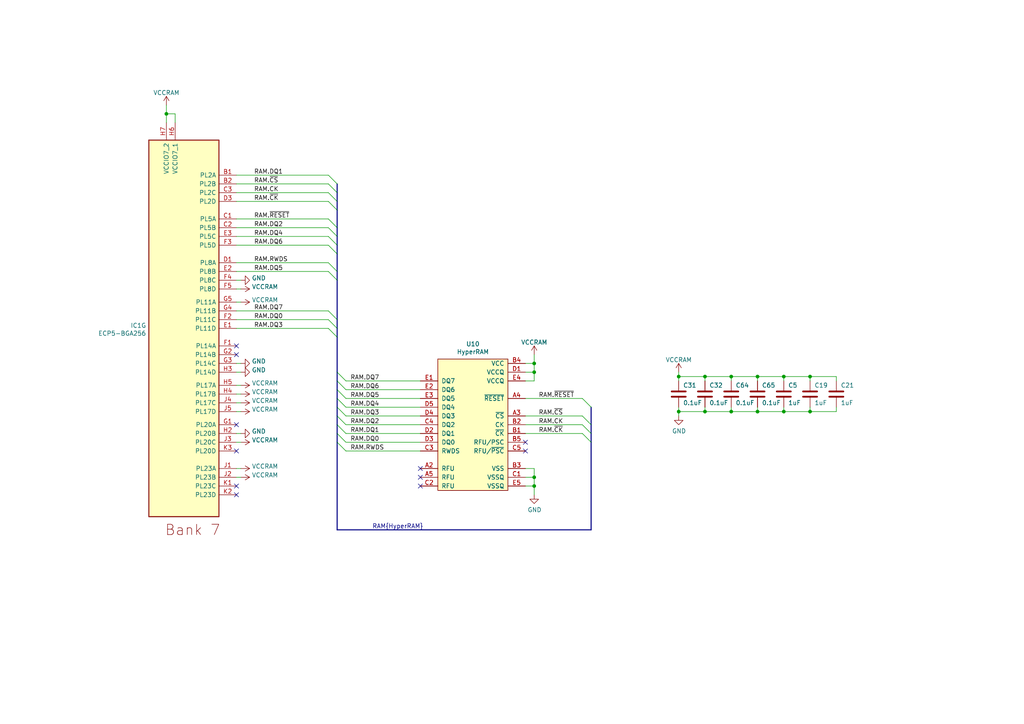
<source format=kicad_sch>
(kicad_sch (version 20211123) (generator eeschema)
  (paper "A4")
  (title_block (title "Cynthion") (date "${DATE}") (rev "${VERSION}") (company "Copyright 2019-2023 Great Scott Gadgets") (comment 1 "Licensed under the CERN-OHL-P v2"))
  (lib_symbols
    (symbol "Device:C" (pin_numbers hide) (pin_names (offset 0.254))
      (property "Reference" "C" (at 0.635 2.54 0))
      (property "Value" "C" (at 0.635 -2.54 0))
      (symbol "C_0_1"
        (polyline (pts (xy -2.032 -0.762) (xy 2.032 -0.762)) (stroke (width 0.508)))
        (polyline (pts (xy -2.032 0.762) (xy 2.032 0.762)) (stroke (width 0.508)))
      )
      (symbol "C_1_1"
        (pin passive line (at 0 3.81 270) (length 2.794) (name "~") (number "1"))
        (pin passive line (at 0 -3.81 90) (length 2.794) (name "~") (number "2"))
      )
    )
    (symbol "fpgas_and_processors:ECP5-BGA256" (pin_names (offset 0.762))
      (property "Reference" "IC" (at -2.54 1.27 0))
      (property "Value" "ECP5-BGA256" (at 10.16 1.27 0))
      (symbol "ECP5-BGA256_1_0"
        (rectangle (start 5.08 0) (end 33.02 -71.12) (stroke (width 0.3048)) (fill (type background)))
      )
      (symbol "ECP5-BGA256_1_1"
        (text "FPGA Supplies" (at 19.05 -76.2 0) (effects (font (size 2.9972 2.9972))))
        (pin power_in line (at 38.1 -2.54 180) (length 5.08) (name "GND_1") (number "A1"))
        (pin power_in line (at 38.1 -5.08 180) (length 5.08) (name "GND_2") (number "A16"))
        (pin power_in line (at 38.1 -10.16 180) (length 5.08) (name "GND_4") (number "D15"))
        (pin power_in line (at 38.1 -7.62 180) (length 5.08) (name "GND_3") (number "D2"))
        (pin power_in line (at 38.1 -12.7 180) (length 5.08) (name "GND_5") (number "F8"))
        (pin power_in line (at 38.1 -15.24 180) (length 5.08) (name "GND_6") (number "F9"))
        (pin power_in line (at 38.1 -20.32 180) (length 5.08) (name "GND_8") (number "G10"))
        (pin power_in line (at 0 -66.04 0) (length 5.08) (name "VCCAUX_1") (number "G11"))
        (pin power_in line (at 0 -2.54 0) (length 5.08) (name "VCC_1") (number "G6"))
        (pin power_in line (at 0 -5.08 0) (length 5.08) (name "VCC_2") (number "G7"))
        (pin power_in line (at 38.1 -17.78 180) (length 5.08) (name "GND_7") (number "G8"))
        (pin power_in line (at 0 -7.62 0) (length 5.08) (name "VCC_3") (number "G9"))
        (pin power_in line (at 38.1 -22.86 180) (length 5.08) (name "GND_9") (number "H1"))
        (pin power_in line (at 38.1 -30.48 180) (length 5.08) (name "GND_12") (number "H10"))
        (pin power_in line (at 38.1 -33.02 180) (length 5.08) (name "GND_13") (number "H16"))
        (pin power_in line (at 38.1 -25.4 180) (length 5.08) (name "GND_10") (number "H8"))
        (pin power_in line (at 38.1 -27.94 180) (length 5.08) (name "GND_11") (number "H9"))
        (pin power_in line (at 38.1 -40.64 180) (length 5.08) (name "GND_16") (number "J10"))
        (pin power_in line (at 38.1 -35.56 180) (length 5.08) (name "GND_14") (number "J8"))
        (pin power_in line (at 38.1 -38.1 180) (length 5.08) (name "GND_15") (number "J9"))
        (pin power_in line (at 38.1 -53.34 180) (length 5.08) (name "GND_21") (number "K10"))
        (pin power_in line (at 38.1 -43.18 180) (length 5.08) (name "GND_17") (number "K6"))
        (pin power_in line (at 38.1 -45.72 180) (length 5.08) (name "GND_18") (number "K7"))
        (pin power_in line (at 38.1 -48.26 180) (length 5.08) (name "GND_19") (number "K8"))
        (pin power_in line (at 38.1 -50.8 180) (length 5.08) (name "GND_20") (number "K9"))
        (pin power_in line (at 0 -15.24 0) (length 5.08) (name "VCC_6") (number "L10"))
        (pin power_in line (at 0 -68.58 0) (length 5.08) (name "VCCAUX_2") (number "L7"))
        (pin power_in line (at 0 -10.16 0) (length 5.08) (name "VCC_4") (number "L8"))
        (pin power_in line (at 0 -12.7 0) (length 5.08) (name "VCC_5") (number "L9"))
        (pin power_in line (at 38.1 -58.42 180) (length 5.08) (name "GND_23") (number "N15"))
        (pin power_in line (at 38.1 -55.88 180) (length 5.08) (name "GND_22") (number "N2"))
        (pin power_in line (at 38.1 -60.96 180) (length 5.08) (name "GND_24") (number "T1"))
        (pin power_in line (at 38.1 -66.04 180) (length 5.08) (name "GND_26") (number "T12"))
        (pin power_in line (at 38.1 -68.58 180) (length 5.08) (name "GND_27") (number "T16"))
        (pin power_in line (at 38.1 -63.5 180) (length 5.08) (name "GND_25") (number "T5"))
      )
      (symbol "ECP5-BGA256_2_1"
        (rectangle (start 0 0) (end 19.05 -74.93) (stroke (width 0.3048)) (fill (type background)))
        (text "Bank 0" (at 10.16 -78.74 0) (effects (font (size 2.9972 2.9972))))
        (pin bidirectional line (at 24.13 -11.43 180) (length 5.08) (name "PT4A") (number "A2"))
        (pin bidirectional line (at 24.13 -16.51 180) (length 5.08) (name "PT6A") (number "A3"))
        (pin bidirectional line (at 24.13 -19.05 180) (length 5.08) (name "PT6B") (number "A4"))
        (pin bidirectional line (at 24.13 -43.18 180) (length 5.08) (name "PT18A") (number "A5"))
        (pin bidirectional line (at 24.13 -45.72 180) (length 5.08) (name "PT18B") (number "A6"))
        (pin bidirectional line (at 24.13 -68.58 180) (length 5.08) (name "PT29A") (number "A7"))
        (pin bidirectional line (at 24.13 -71.12 180) (length 5.08) (name "PT29B") (number "A8"))
        (pin bidirectional line (at 24.13 -13.97 180) (length 5.08) (name "PT4B") (number "B3"))
        (pin bidirectional line (at 24.13 -29.21 180) (length 5.08) (name "PT11B") (number "B4"))
        (pin bidirectional line (at 24.13 -39.37 180) (length 5.08) (name "PT15B") (number "B5"))
        (pin bidirectional line (at 24.13 -55.88 180) (length 5.08) (name "PT22B") (number "B6"))
        (pin bidirectional line (at 24.13 -66.04 180) (length 5.08) (name "PT27B") (number "B7"))
        (pin bidirectional line (at 24.13 -26.67 180) (length 5.08) (name "PT11A") (number "C4"))
        (pin bidirectional line (at 24.13 -36.83 180) (length 5.08) (name "PT15A") (number "C5"))
        (pin bidirectional line (at 24.13 -53.34 180) (length 5.08) (name "PT22A") (number "C6"))
        (pin bidirectional line (at 24.13 -63.5 180) (length 5.08) (name "PT27A") (number "C7"))
        (pin bidirectional line (at 24.13 -24.13 180) (length 5.08) (name "PT9B") (number "D4"))
        (pin bidirectional line (at 24.13 -34.29 180) (length 5.08) (name "PT13B") (number "D5"))
        (pin bidirectional line (at 24.13 -50.8 180) (length 5.08) (name "PT20B") (number "D6"))
        (pin bidirectional line (at 24.13 -60.96 180) (length 5.08) (name "PT24B") (number "D7"))
        (pin bidirectional line (at 24.13 -21.59 180) (length 5.08) (name "PT9A") (number "E4"))
        (pin bidirectional line (at 24.13 -31.75 180) (length 5.08) (name "PT13A") (number "E5"))
        (pin bidirectional line (at 24.13 -48.26 180) (length 5.08) (name "PT20A") (number "E6"))
        (pin bidirectional line (at 24.13 -58.42 180) (length 5.08) (name "PT24A") (number "E7"))
        (pin power_in line (at 7.62 5.08 270) (length 5.08) (name "VCCIO0_1") (number "F6"))
        (pin power_in line (at 5.08 5.08 270) (length 5.08) (name "VCCIO0_2") (number "F7"))
      )
      (symbol "ECP5-BGA256_3_0"
        (rectangle (start 0 0) (end 21.59 -93.98) (stroke (width 0.3048)) (fill (type background)))
      )
      (symbol "ECP5-BGA256_3_1"
        (text "Bank 1" (at 8.89 -96.52 0) (effects (font (size 2.9972 2.9972))))
        (pin bidirectional line (at 26.67 -34.29 180) (length 5.08) (name "PT42B") (number "A10"))
        (pin bidirectional line (at 26.67 -57.15 180) (length 5.08) (name "PT53A") (number "A11"))
        (pin bidirectional line (at 26.67 -59.69 180) (length 5.08) (name "PT53B") (number "A12"))
        (pin bidirectional line (at 26.67 -82.55 180) (length 5.08) (name "PT65A") (number "A13"))
        (pin bidirectional line (at 26.67 -85.09 180) (length 5.08) (name "PT65B") (number "A14"))
        (pin bidirectional line (at 26.67 -90.17 180) (length 5.08) (name "PT67B") (number "A15"))
        (pin bidirectional line (at 26.67 -31.75 180) (length 5.08) (name "PT42A") (number "A9"))
        (pin bidirectional line (at 26.67 -36.83 180) (length 5.08) (name "PT44A") (number "B10"))
        (pin bidirectional line (at 26.67 -46.99 180) (length 5.08) (name "PT49A") (number "B11"))
        (pin bidirectional line (at 26.67 -62.23 180) (length 5.08) (name "PT56A") (number "B12"))
        (pin bidirectional line (at 26.67 -72.39 180) (length 5.08) (name "PT60A") (number "B13"))
        (pin bidirectional line (at 26.67 -87.63 180) (length 5.08) (name "PT67A") (number "B14"))
        (pin bidirectional line (at 26.67 -19.05 180) (length 5.08) (name "PT35B") (number "B8"))
        (pin bidirectional line (at 26.67 -21.59 180) (length 5.08) (name "PT38A") (number "B9"))
        (pin bidirectional line (at 26.67 -39.37 180) (length 5.08) (name "PT44B") (number "C10"))
        (pin bidirectional line (at 26.67 -49.53 180) (length 5.08) (name "PT49B") (number "C11"))
        (pin bidirectional line (at 26.67 -64.77 180) (length 5.08) (name "PT56B") (number "C12"))
        (pin bidirectional line (at 26.67 -74.93 180) (length 5.08) (name "PT60B") (number "C13"))
        (pin bidirectional line (at 26.67 -16.51 180) (length 5.08) (name "PT35A") (number "C8"))
        (pin bidirectional line (at 26.67 -24.13 180) (length 5.08) (name "PT38B") (number "C9"))
        (pin bidirectional line (at 26.67 -41.91 180) (length 5.08) (name "PT47A") (number "D10"))
        (pin bidirectional line (at 26.67 -52.07 180) (length 5.08) (name "PT51A") (number "D11"))
        (pin bidirectional line (at 26.67 -67.31 180) (length 5.08) (name "PT58A") (number "D12"))
        (pin bidirectional line (at 26.67 -77.47 180) (length 5.08) (name "PT62A") (number "D13"))
        (pin bidirectional line (at 26.67 -13.97 180) (length 5.08) (name "PT33B") (number "D8"))
        (pin bidirectional line (at 26.67 -26.67 180) (length 5.08) (name "PT40A") (number "D9"))
        (pin bidirectional line (at 26.67 -44.45 180) (length 5.08) (name "PT47B") (number "E10"))
        (pin bidirectional line (at 26.67 -54.61 180) (length 5.08) (name "PT51B") (number "E11"))
        (pin bidirectional line (at 26.67 -69.85 180) (length 5.08) (name "PT58B") (number "E12"))
        (pin bidirectional line (at 26.67 -80.01 180) (length 5.08) (name "PT62B") (number "E13"))
        (pin bidirectional line (at 26.67 -11.43 180) (length 5.08) (name "PT33A") (number "E8"))
        (pin bidirectional line (at 26.67 -29.21 180) (length 5.08) (name "PT40B") (number "E9"))
        (pin power_in line (at 6.35 5.08 270) (length 5.08) (name "VCCIO1_1") (number "F10"))
        (pin power_in line (at 3.81 5.08 270) (length 5.08) (name "VCCIO1_2") (number "F11"))
      )
      (symbol "ECP5-BGA256_4_1"
        (rectangle (start 0 0) (end 19.05 -93.98) (stroke (width 0.3048)) (fill (type background)))
        (text "Bank 2" (at 10.16 -97.79 0) (effects (font (size 2.9972 2.9972))))
        (pin bidirectional line (at 24.13 -13.97 180) (length 5.08) (name "PR2B") (number "B15"))
        (pin bidirectional line (at 24.13 -11.43 180) (length 5.08) (name "PR2A") (number "B16"))
        (pin bidirectional line (at 24.13 -16.51 180) (length 5.08) (name "PR2C") (number "C14"))
        (pin bidirectional line (at 24.13 -24.13 180) (length 5.08) (name "PR5B") (number "C15"))
        (pin bidirectional line (at 24.13 -21.59 180) (length 5.08) (name "PR5A") (number "C16"))
        (pin bidirectional line (at 24.13 -19.05 180) (length 5.08) (name "PR2D") (number "D14"))
        (pin bidirectional line (at 24.13 -31.75 180) (length 5.08) (name "PR8A") (number "D16"))
        (pin bidirectional line (at 24.13 -26.67 180) (length 5.08) (name "PR5C") (number "E14"))
        (pin bidirectional line (at 24.13 -34.29 180) (length 5.08) (name "PR8B") (number "E15"))
        (pin bidirectional line (at 24.13 -49.53 180) (length 5.08) (name "PR11D") (number "E16"))
        (pin bidirectional line (at 24.13 -39.37 180) (length 5.08) (name "PR8D") (number "F12"))
        (pin bidirectional line (at 24.13 -36.83 180) (length 5.08) (name "PR8C") (number "F13"))
        (pin bidirectional line (at 24.13 -29.21 180) (length 5.08) (name "PR5D") (number "F14"))
        (pin bidirectional line (at 24.13 -46.99 180) (length 5.08) (name "PR11C") (number "F15"))
        (pin bidirectional line (at 24.13 -52.07 180) (length 5.08) (name "PR14A") (number "F16"))
        (pin bidirectional line (at 24.13 -41.91 180) (length 5.08) (name "PR11A") (number "G12"))
        (pin bidirectional line (at 24.13 -44.45 180) (length 5.08) (name "PR11B") (number "G13"))
        (pin bidirectional line (at 24.13 -57.15 180) (length 5.08) (name "PR14C") (number "G14"))
        (pin bidirectional line (at 24.13 -54.61 180) (length 5.08) (name "PR14B") (number "G15"))
        (pin bidirectional line (at 24.13 -72.39 180) (length 5.08) (name "PR20A") (number "G16"))
        (pin power_in line (at 3.81 5.08 270) (length 5.08) (name "VCCIO2_1") (number "H11"))
        (pin bidirectional line (at 24.13 -62.23 180) (length 5.08) (name "PR17A") (number "H12"))
        (pin bidirectional line (at 24.13 -64.77 180) (length 5.08) (name "PR17B") (number "H13"))
        (pin bidirectional line (at 24.13 -59.69 180) (length 5.08) (name "PR14D") (number "H14"))
        (pin bidirectional line (at 24.13 -74.93 180) (length 5.08) (name "PR20B") (number "H15"))
        (pin power_in line (at 6.35 5.08 270) (length 5.08) (name "VCCIO2_2") (number "J11"))
        (pin bidirectional line (at 24.13 -69.85 180) (length 5.08) (name "PR17D") (number "J12"))
        (pin bidirectional line (at 24.13 -67.31 180) (length 5.08) (name "PR17C") (number "J13"))
        (pin bidirectional line (at 24.13 -77.47 180) (length 5.08) (name "PR20C") (number "J14"))
        (pin bidirectional line (at 24.13 -85.09 180) (length 5.08) (name "PR23B") (number "J15"))
        (pin bidirectional line (at 24.13 -82.55 180) (length 5.08) (name "PR23A") (number "J16"))
        (pin bidirectional line (at 24.13 -80.01 180) (length 5.08) (name "PR20D") (number "K14"))
        (pin bidirectional line (at 24.13 -90.17 180) (length 5.08) (name "PR23D") (number "K15"))
        (pin bidirectional line (at 24.13 -87.63 180) (length 5.08) (name "PR23C") (number "K16"))
      )
      (symbol "ECP5-BGA256_5_0"
        (rectangle (start 0 0) (end 20.32 -91.44) (stroke (width 0.3048)) (fill (type background)))
      )
      (symbol "ECP5-BGA256_5_1"
        (text "Bank 3" (at 15.24 -96.52 0) (effects (font (size 2.9972 2.9972))))
        (pin power_in line (at 3.81 5.08 270) (length 5.08) (name "VCCIO3_1") (number "K11"))
        (pin bidirectional line (at 25.4 -22.86 180) (length 5.08) (name "PR29B") (number "K12"))
        (pin bidirectional line (at 25.4 -20.32 180) (length 5.08) (name "PR29A") (number "K13"))
        (pin power_in line (at 6.35 5.08 270) (length 5.08) (name "VCCIO3_2") (number "L11"))
        (pin bidirectional line (at 25.4 -27.94 180) (length 5.08) (name "PR29D") (number "L12"))
        (pin bidirectional line (at 25.4 -25.4 180) (length 5.08) (name "PR29C") (number "L13"))
        (pin bidirectional line (at 25.4 -35.56 180) (length 5.08) (name "PR32C") (number "L14"))
        (pin bidirectional line (at 25.4 -12.7 180) (length 5.08) (name "PR26B") (number "L15"))
        (pin bidirectional line (at 25.4 -10.16 180) (length 5.08) (name "PR26A") (number "L16"))
        (pin bidirectional line (at 25.4 -81.28 180) (length 5.08) (name "PR47A") (number "M11"))
        (pin bidirectional line (at 25.4 -76.2 180) (length 5.08) (name "PR44C") (number "M12"))
        (pin bidirectional line (at 25.4 -45.72 180) (length 5.08) (name "PR35C") (number "M13"))
        (pin bidirectional line (at 25.4 -38.1 180) (length 5.08) (name "PR32D") (number "M14"))
        (pin bidirectional line (at 25.4 -17.78 180) (length 5.08) (name "PR26D") (number "M15"))
        (pin bidirectional line (at 25.4 -15.24 180) (length 5.08) (name "PR26C") (number "M16"))
        (pin bidirectional line (at 25.4 -83.82 180) (length 5.08) (name "PR47B") (number "N11"))
        (pin bidirectional line (at 25.4 -78.74 180) (length 5.08) (name "PR44D") (number "N12"))
        (pin bidirectional line (at 25.4 -50.8 180) (length 5.08) (name "PR38A") (number "N13"))
        (pin bidirectional line (at 25.4 -48.26 180) (length 5.08) (name "PR35D") (number "N14"))
        (pin bidirectional line (at 25.4 -30.48 180) (length 5.08) (name "PR32A") (number "N16"))
        (pin bidirectional line (at 25.4 -86.36 180) (length 5.08) (name "PR47C") (number "P11"))
        (pin bidirectional line (at 25.4 -88.9 180) (length 5.08) (name "PR47D") (number "P12"))
        (pin bidirectional line (at 25.4 -60.96 180) (length 5.08) (name "PR41A") (number "P13"))
        (pin bidirectional line (at 25.4 -53.34 180) (length 5.08) (name "PR38B") (number "P14"))
        (pin bidirectional line (at 25.4 -33.02 180) (length 5.08) (name "PR32B") (number "P15"))
        (pin bidirectional line (at 25.4 -40.64 180) (length 5.08) (name "PR35A") (number "P16"))
        (pin bidirectional line (at 25.4 -71.12 180) (length 5.08) (name "PR44A") (number "R12"))
        (pin bidirectional line (at 25.4 -66.04 180) (length 5.08) (name "PR41C") (number "R13"))
        (pin bidirectional line (at 25.4 -63.5 180) (length 5.08) (name "PR41B") (number "R14"))
        (pin bidirectional line (at 25.4 -55.88 180) (length 5.08) (name "PR38C") (number "R15"))
        (pin bidirectional line (at 25.4 -43.18 180) (length 5.08) (name "PR35B") (number "R16"))
        (pin bidirectional line (at 25.4 -73.66 180) (length 5.08) (name "PR44B") (number "T13"))
        (pin bidirectional line (at 25.4 -68.58 180) (length 5.08) (name "PR41D") (number "T14"))
        (pin bidirectional line (at 25.4 -58.42 180) (length 5.08) (name "PR38D") (number "T15"))
      )
      (symbol "ECP5-BGA256_6_1"
        (rectangle (start 0 0) (end 19.05 -106.68) (stroke (width 0.3048)) (fill (type background)))
        (text "Bank 6" (at 11.43 -110.49 0) (effects (font (size 2.9972 2.9972))))
        (pin power_in line (at 3.81 5.08 270) (length 5.08) (name "VCCIO6_1") (number "J6"))
        (pin power_in line (at 6.35 5.08 270) (length 5.08) (name "VCCIO6_2") (number "J7"))
        (pin bidirectional line (at 24.13 -25.4 180) (length 5.08) (name "PL29A") (number "K4"))
        (pin bidirectional line (at 24.13 -27.94 180) (length 5.08) (name "PL29B") (number "K5"))
        (pin bidirectional line (at 24.13 -13.97 180) (length 5.08) (name "PL26A") (number "L1"))
        (pin bidirectional line (at 24.13 -16.51 180) (length 5.08) (name "PL26B") (number "L2"))
        (pin bidirectional line (at 24.13 -41.91 180) (length 5.08) (name "PL32C") (number "L3"))
        (pin bidirectional line (at 24.13 -30.48 180) (length 5.08) (name "PL29C") (number "L4"))
        (pin bidirectional line (at 24.13 -33.02 180) (length 5.08) (name "PL29D") (number "L5"))
        (pin bidirectional line (at 24.13 -19.05 180) (length 5.08) (name "PL26C") (number "M1"))
        (pin bidirectional line (at 24.13 -21.59 180) (length 5.08) (name "PL26D") (number "M2"))
        (pin bidirectional line (at 24.13 -44.45 180) (length 5.08) (name "PL32D") (number "M3"))
        (pin bidirectional line (at 24.13 -53.34 180) (length 5.08) (name "PL35C") (number "M4"))
        (pin bidirectional line (at 24.13 -78.74 180) (length 5.08) (name "PL44C") (number "M5"))
        (pin bidirectional line (at 24.13 -96.52 180) (length 5.08) (name "PL47A") (number "M6"))
        (pin bidirectional line (at 24.13 -36.83 180) (length 5.08) (name "PL32A") (number "N1"))
        (pin bidirectional line (at 24.13 -55.88 180) (length 5.08) (name "PL35D") (number "N3"))
        (pin bidirectional line (at 24.13 -60.96 180) (length 5.08) (name "PL38A") (number "N4"))
        (pin bidirectional line (at 24.13 -81.28 180) (length 5.08) (name "PL44D") (number "N5"))
        (pin bidirectional line (at 24.13 -99.06 180) (length 5.08) (name "PL47B") (number "N6"))
        (pin bidirectional line (at 24.13 -48.26 180) (length 5.08) (name "PL35A") (number "P1"))
        (pin bidirectional line (at 24.13 -39.37 180) (length 5.08) (name "PL32B") (number "P2"))
        (pin bidirectional line (at 24.13 -63.5 180) (length 5.08) (name "PL38B") (number "P3"))
        (pin bidirectional line (at 24.13 -85.09 180) (length 5.08) (name "PL41A") (number "P4"))
        (pin bidirectional line (at 24.13 -101.6 180) (length 5.08) (name "PL47D") (number "P5"))
        (pin bidirectional line (at 24.13 -104.14 180) (length 5.08) (name "PL47C") (number "P6"))
        (pin bidirectional line (at 24.13 -50.8 180) (length 5.08) (name "PL35B") (number "R1"))
        (pin bidirectional line (at 24.13 -66.04 180) (length 5.08) (name "PL38C") (number "R2"))
        (pin bidirectional line (at 24.13 -87.63 180) (length 5.08) (name "PL41B") (number "R3"))
        (pin bidirectional line (at 24.13 -90.17 180) (length 5.08) (name "PL41C") (number "R4"))
        (pin bidirectional line (at 24.13 -73.66 180) (length 5.08) (name "PL44A") (number "R5"))
        (pin bidirectional line (at 24.13 -68.58 180) (length 5.08) (name "PL38D") (number "T2"))
        (pin bidirectional line (at 24.13 -92.71 180) (length 5.08) (name "PL41D") (number "T3"))
        (pin bidirectional line (at 24.13 -76.2 180) (length 5.08) (name "PL44B") (number "T4"))
      )
      (symbol "ECP5-BGA256_7_1"
        (rectangle (start 0 0) (end 20.32 -109.22) (stroke (width 0.3048)) (fill (type background)))
        (text "Bank 7" (at 12.7 -113.03 0) (effects (font (size 2.9972 2.9972))))
        (pin bidirectional line (at 25.4 -10.16 180) (length 5.08) (name "PL2A") (number "B1"))
        (pin bidirectional line (at 25.4 -12.7 180) (length 5.08) (name "PL2B") (number "B2"))
        (pin bidirectional line (at 25.4 -22.86 180) (length 5.08) (name "PL5A") (number "C1"))
        (pin bidirectional line (at 25.4 -25.4 180) (length 5.08) (name "PL5B") (number "C2"))
        (pin bidirectional line (at 25.4 -15.24 180) (length 5.08) (name "PL2C") (number "C3"))
        (pin bidirectional line (at 25.4 -35.56 180) (length 5.08) (name "PL8A") (number "D1"))
        (pin bidirectional line (at 25.4 -17.78 180) (length 5.08) (name "PL2D") (number "D3"))
        (pin bidirectional line (at 25.4 -54.61 180) (length 5.08) (name "PL11D") (number "E1"))
        (pin bidirectional line (at 25.4 -38.1 180) (length 5.08) (name "PL8B") (number "E2"))
        (pin bidirectional line (at 25.4 -27.94 180) (length 5.08) (name "PL5C") (number "E3"))
        (pin bidirectional line (at 25.4 -59.69 180) (length 5.08) (name "PL14A") (number "F1"))
        (pin bidirectional line (at 25.4 -52.07 180) (length 5.08) (name "PL11C") (number "F2"))
        (pin bidirectional line (at 25.4 -30.48 180) (length 5.08) (name "PL5D") (number "F3"))
        (pin bidirectional line (at 25.4 -40.64 180) (length 5.08) (name "PL8C") (number "F4"))
        (pin bidirectional line (at 25.4 -43.18 180) (length 5.08) (name "PL8D") (number "F5"))
        (pin bidirectional line (at 25.4 -82.55 180) (length 5.08) (name "PL20A") (number "G1"))
        (pin bidirectional line (at 25.4 -62.23 180) (length 5.08) (name "PL14B") (number "G2"))
        (pin bidirectional line (at 25.4 -64.77 180) (length 5.08) (name "PL14C") (number "G3"))
        (pin bidirectional line (at 25.4 -49.53 180) (length 5.08) (name "PL11B") (number "G4"))
        (pin bidirectional line (at 25.4 -46.99 180) (length 5.08) (name "PL11A") (number "G5"))
        (pin bidirectional line (at 25.4 -85.09 180) (length 5.08) (name "PL20B") (number "H2"))
        (pin bidirectional line (at 25.4 -67.31 180) (length 5.08) (name "PL14D") (number "H3"))
        (pin bidirectional line (at 25.4 -73.66 180) (length 5.08) (name "PL17B") (number "H4"))
        (pin bidirectional line (at 25.4 -71.12 180) (length 5.08) (name "PL17A") (number "H5"))
        (pin power_in line (at 7.62 5.08 270) (length 5.08) (name "VCCIO7_1") (number "H6"))
        (pin power_in line (at 5.08 5.08 270) (length 5.08) (name "VCCIO7_2") (number "H7"))
        (pin bidirectional line (at 25.4 -95.25 180) (length 5.08) (name "PL23A") (number "J1"))
        (pin bidirectional line (at 25.4 -97.79 180) (length 5.08) (name "PL23B") (number "J2"))
        (pin bidirectional line (at 25.4 -87.63 180) (length 5.08) (name "PL20C") (number "J3"))
        (pin bidirectional line (at 25.4 -76.2 180) (length 5.08) (name "PL17C") (number "J4"))
        (pin bidirectional line (at 25.4 -78.74 180) (length 5.08) (name "PL17D") (number "J5"))
        (pin bidirectional line (at 25.4 -100.33 180) (length 5.08) (name "PL23C") (number "K1"))
        (pin bidirectional line (at 25.4 -102.87 180) (length 5.08) (name "PL23D") (number "K2"))
        (pin bidirectional line (at 25.4 -90.17 180) (length 5.08) (name "PL20D") (number "K3"))
      )
      (symbol "ECP5-BGA256_8_0"
        (text "(Config)" (at 13.97 -97.79 0) (effects (font (size 2.9972 2.9972))))
        (text "Bank 8" (at 13.97 -92.71 0) (effects (font (size 2.9972 2.9972))))
      )
      (symbol "ECP5-BGA256_8_1"
        (rectangle (start 0 0) (end 21.59 -88.9) (stroke (width 0.3048)) (fill (type background)))
        (pin power_in line (at 5.08 5.08 270) (length 5.08) (name "VCCIO8") (number "L6"))
        (pin output line (at 26.67 -57.15 180) (length 5.08) (name "TDO") (number "M10"))
        (pin bidirectional line (at 26.67 -24.13 180) (length 5.08) (name "D2/PB9B") (number "M7"))
        (pin bidirectional line (at 26.67 -39.37 180) (length 5.08) (name "DOUT/CSON/PB15B") (number "M8"))
        (pin bidirectional line (at 26.67 -41.91 180) (length 5.08) (name "WRITEEN/PB18A") (number "M9"))
        (pin input line (at 26.67 -68.58 180) (length 5.08) (name "CFG_0") (number "N10"))
        (pin bidirectional line (at 26.67 -21.59 180) (length 5.08) (name "D3/PB9A") (number "N7"))
        (pin bidirectional line (at 26.67 -36.83 180) (length 5.08) (name "HOLDN/DI/PB15A") (number "N8"))
        (pin bidirectional line (at 26.67 -63.5 180) (length 5.08) (name "MCLK/SCLK/CCLK") (number "N9"))
        (pin input line (at 26.67 -71.12 180) (length 5.08) (name "CFG_1") (number "P10"))
        (pin bidirectional line (at 26.67 -19.05 180) (length 5.08) (name "D4/PICO2/PB6B") (number "P7"))
        (pin bidirectional line (at 26.67 -34.29 180) (length 5.08) (name "CS1N/PB13B") (number "P8"))
        (pin bidirectional line (at 26.67 -80.01 180) (length 5.08) (name "DONE") (number "P9"))
        (pin input line (at 26.67 -73.66 180) (length 5.08) (name "CFG_2") (number "R10"))
        (pin input line (at 26.67 -54.61 180) (length 5.08) (name "TDI") (number "R11"))
        (pin bidirectional line (at 26.67 -13.97 180) (length 5.08) (name "D6/PB4B") (number "R6"))
        (pin bidirectional line (at 26.67 -16.51 180) (length 5.08) (name "D5/POCI2/PB6A") (number "R7"))
        (pin bidirectional line (at 26.67 -31.75 180) (length 5.08) (name "SN/CSN/PB13A") (number "R8"))
        (pin bidirectional line (at 26.67 -85.09 180) (length 5.08) (name "PROGRAMN") (number "R9"))
        (pin input line (at 26.67 -52.07 180) (length 5.08) (name "TCK") (number "T10"))
        (pin input line (at 26.67 -49.53 180) (length 5.08) (name "TMS") (number "T11"))
        (pin bidirectional line (at 26.67 -11.43 180) (length 5.08) (name "D7/PB4A") (number "T6"))
        (pin bidirectional line (at 26.67 -26.67 180) (length 5.08) (name "D1/POCI/PB11A") (number "T7"))
        (pin bidirectional line (at 26.67 -29.21 180) (length 5.08) (name "D0/PICO/PB11B") (number "T8"))
        (pin bidirectional line (at 26.67 -82.55 180) (length 5.08) (name "INITN") (number "T9"))
      )
    )
    (symbol "power:GND" (power) (pin_names (offset 0))
      (property "Value" "GND" (at 0 -3.81 0))
      (symbol "GND_0_1"
        (polyline (pts (xy 0 0) (xy 0 -1.27) (xy 1.27 -1.27) (xy 0 -2.54) (xy -1.27 -1.27) (xy 0 -1.27)))
      )
      (symbol "GND_1_1"
        (pin power_in line (at 0 0 270) (length 0) hide (name "GND") (number "1"))
      )
    )
    (symbol "support_hardware:S27KS0641" (pin_names (offset 1.016))
      (property "Reference" "U" (at 0 20.32 0))
      (property "Value" "S27KS0641" (at 0 -20.32 0))
      (symbol "S27KS0641_0_1"
        (rectangle (start -10.16 19.05) (end 10.16 -19.05) (stroke (width 0.2032)) (fill (type background)))
      )
      (symbol "S27KS0641_1_1"
        (pin passive line (at 15.24 -12.7 180) (length 5.08) (name "RFU") (number "A2"))
        (pin input line (at -15.24 2.54 0) (length 5.08) (name "~{CS}") (number "A3"))
        (pin input line (at -15.24 7.62 0) (length 5.08) (name "~{RESET}") (number "A4"))
        (pin passive line (at 15.24 -15.24 180) (length 5.08) (name "RFU") (number "A5"))
        (pin input line (at -15.24 -2.54 0) (length 5.08) (name "~{CK}") (number "B1"))
        (pin input line (at -15.24 0 0) (length 5.08) (name "CK") (number "B2"))
        (pin power_in line (at -15.24 -12.7 0) (length 5.08) (name "VSS") (number "B3"))
        (pin power_in line (at -15.24 17.78 0) (length 5.08) (name "VCC") (number "B4"))
        (pin input line (at -15.24 -5.08 0) (length 5.08) (name "RFU/PSC") (number "B5"))
        (pin power_in line (at -15.24 -15.24 0) (length 5.08) (name "VSSQ") (number "C1"))
        (pin passive line (at 15.24 -17.78 180) (length 5.08) (name "RFU") (number "C2"))
        (pin bidirectional line (at 15.24 -7.62 180) (length 5.08) (name "RWDS") (number "C3"))
        (pin bidirectional line (at 15.24 0 180) (length 5.08) (name "DQ2") (number "C4"))
        (pin input line (at -15.24 -7.62 0) (length 5.08) (name "RFU/~{PSC}") (number "C5"))
        (pin power_in line (at -15.24 15.24 0) (length 5.08) (name "VCCQ") (number "D1"))
        (pin bidirectional line (at 15.24 -2.54 180) (length 5.08) (name "DQ1") (number "D2"))
        (pin bidirectional line (at 15.24 -5.08 180) (length 5.08) (name "DQ0") (number "D3"))
        (pin bidirectional line (at 15.24 2.54 180) (length 5.08) (name "DQ3") (number "D4"))
        (pin bidirectional line (at 15.24 5.08 180) (length 5.08) (name "DQ4") (number "D5"))
        (pin bidirectional line (at 15.24 12.7 180) (length 5.08) (name "DQ7") (number "E1"))
        (pin bidirectional line (at 15.24 10.16 180) (length 5.08) (name "DQ6") (number "E2"))
        (pin bidirectional line (at 15.24 7.62 180) (length 5.08) (name "DQ5") (number "E3"))
        (pin power_in line (at -15.24 12.7 0) (length 5.08) (name "VCCQ") (number "E4"))
        (pin power_in line (at -15.24 -17.78 0) (length 5.08) (name "VSSQ") (number "E5"))
      )
    )
    (symbol "support_hardware:VCCRAM" (power) (pin_names (offset 0))
      (property "Value" "VCCRAM" (at 0 3.81 0))
      (symbol "VCCRAM_0_1"
        (polyline (pts (xy -0.762 1.27) (xy 0 2.54)))
        (polyline (pts (xy 0 0) (xy 0 2.54)))
        (polyline (pts (xy 0 2.54) (xy 0.762 1.27)))
      )
      (symbol "VCCRAM_1_1"
        (pin power_in line (at 0 0 90) (length 0) hide (name "VCCRAM") (number "1"))
      )
    )
  )
  (bus_alias "HyperRAM" (members "DQ[0..7]" "CK" "~{CK}" "~{CS}" "RWDS" "~{RESET}"))
  (junction (at 234.95 119.38))
  (junction (at 196.85 109.22))
  (junction (at 154.94 138.43))
  (junction (at 212.09 119.38))
  (junction (at 234.95 109.22))
  (junction (at 219.71 119.38))
  (junction (at 212.09 109.22))
  (junction (at 204.47 119.38))
  (junction (at 154.94 140.97))
  (junction (at 48.26 33.02))
  (junction (at 219.71 109.22))
  (junction (at 154.94 105.41))
  (junction (at 154.94 107.95))
  (junction (at 227.33 119.38))
  (junction (at 196.85 119.38))
  (junction (at 227.33 109.22))
  (junction (at 204.47 109.22))
  (no_connect (at 68.58 123.19))
  (no_connect (at 152.4 128.27))
  (no_connect (at 152.4 130.81))
  (no_connect (at 68.58 130.81))
  (no_connect (at 68.58 102.87))
  (no_connect (at 121.92 140.97))
  (no_connect (at 68.58 100.33))
  (no_connect (at 68.58 143.51))
  (no_connect (at 68.58 140.97))
  (no_connect (at 121.92 135.89))
  (no_connect (at 121.92 138.43))
  (bus_entry (at 95.25 95.25) (size 2.54 2.54))
  (bus_entry (at 97.79 118.11) (size 2.54 2.54))
  (bus_entry (at 97.79 107.95) (size 2.54 2.54))
  (bus_entry (at 95.25 50.8) (size 2.54 2.54))
  (bus_entry (at 168.91 115.57) (size 2.54 2.54))
  (bus_entry (at 97.79 110.49) (size 2.54 2.54))
  (bus_entry (at 95.25 68.58) (size 2.54 2.54))
  (bus_entry (at 97.79 123.19) (size 2.54 2.54))
  (bus_entry (at 95.25 58.42) (size 2.54 2.54))
  (bus_entry (at 95.25 78.74) (size 2.54 2.54))
  (bus_entry (at 97.79 125.73) (size 2.54 2.54))
  (bus_entry (at 97.79 120.65) (size 2.54 2.54))
  (bus_entry (at 95.25 76.2) (size 2.54 2.54))
  (bus_entry (at 97.79 128.27) (size 2.54 2.54))
  (bus_entry (at 168.91 120.65) (size 2.54 2.54))
  (bus_entry (at 95.25 92.71) (size 2.54 2.54))
  (bus_entry (at 95.25 55.88) (size 2.54 2.54))
  (bus_entry (at 95.25 66.04) (size 2.54 2.54))
  (bus_entry (at 97.79 115.57) (size 2.54 2.54))
  (bus_entry (at 95.25 90.17) (size 2.54 2.54))
  (bus_entry (at 95.25 71.12) (size 2.54 2.54))
  (bus_entry (at 168.91 123.19) (size 2.54 2.54))
  (bus_entry (at 95.25 53.34) (size 2.54 2.54))
  (bus_entry (at 95.25 63.5) (size 2.54 2.54))
  (bus_entry (at 97.79 113.03) (size 2.54 2.54))
  (bus_entry (at 168.91 125.73) (size 2.54 2.54))
  (wire (pts (xy 68.58 76.2) (xy 95.25 76.2)))
  (bus (pts (xy 97.79 118.11) (xy 97.79 120.65)))
  (wire (pts (xy 68.58 53.34) (xy 95.25 53.34)))
  (bus (pts (xy 171.45 128.27) (xy 171.45 153.67)))
  (wire (pts (xy 68.58 92.71) (xy 95.25 92.71)))
  (wire (pts (xy 196.85 107.95) (xy 196.85 109.22)))
  (wire (pts (xy 196.85 119.38) (xy 196.85 120.65)))
  (wire (pts (xy 152.4 115.57) (xy 168.91 115.57)))
  (wire (pts (xy 68.58 107.95) (xy 69.85 107.95)))
  (wire (pts (xy 68.58 71.12) (xy 95.25 71.12)))
  (wire (pts (xy 212.09 109.22) (xy 219.71 109.22)))
  (wire (pts (xy 227.33 118.11) (xy 227.33 119.38)))
  (wire (pts (xy 234.95 118.11) (xy 234.95 119.38)))
  (wire (pts (xy 68.58 95.25) (xy 95.25 95.25)))
  (bus (pts (xy 97.79 153.67) (xy 171.45 153.67)))
  (bus (pts (xy 97.79 123.19) (xy 97.79 125.73)))
  (bus (pts (xy 97.79 92.71) (xy 97.79 95.25)))
  (wire (pts (xy 154.94 107.95) (xy 154.94 110.49)))
  (bus (pts (xy 97.79 107.95) (xy 97.79 110.49)))
  (wire (pts (xy 68.58 138.43) (xy 69.85 138.43)))
  (bus (pts (xy 97.79 95.25) (xy 97.79 97.79)))
  (bus (pts (xy 97.79 97.79) (xy 97.79 107.95)))
  (wire (pts (xy 68.58 63.5) (xy 95.25 63.5)))
  (wire (pts (xy 154.94 105.41) (xy 154.94 107.95)))
  (wire (pts (xy 154.94 138.43) (xy 154.94 140.97)))
  (wire (pts (xy 152.4 120.65) (xy 168.91 120.65)))
  (wire (pts (xy 227.33 109.22) (xy 234.95 109.22)))
  (wire (pts (xy 121.92 118.11) (xy 100.33 118.11)))
  (wire (pts (xy 204.47 109.22) (xy 204.47 110.49)))
  (wire (pts (xy 68.58 58.42) (xy 95.25 58.42)))
  (wire (pts (xy 68.58 105.41) (xy 69.85 105.41)))
  (bus (pts (xy 171.45 123.19) (xy 171.45 125.73)))
  (wire (pts (xy 152.4 105.41) (xy 154.94 105.41)))
  (wire (pts (xy 196.85 109.22) (xy 196.85 110.49)))
  (wire (pts (xy 219.71 119.38) (xy 212.09 119.38)))
  (wire (pts (xy 121.92 123.19) (xy 100.33 123.19)))
  (wire (pts (xy 196.85 109.22) (xy 204.47 109.22)))
  (bus (pts (xy 97.79 113.03) (xy 97.79 115.57)))
  (wire (pts (xy 68.58 111.76) (xy 69.85 111.76)))
  (wire (pts (xy 219.71 118.11) (xy 219.71 119.38)))
  (wire (pts (xy 196.85 119.38) (xy 204.47 119.38)))
  (wire (pts (xy 219.71 109.22) (xy 227.33 109.22)))
  (wire (pts (xy 154.94 105.41) (xy 154.94 102.87)))
  (wire (pts (xy 152.4 135.89) (xy 154.94 135.89)))
  (bus (pts (xy 97.79 60.96) (xy 97.79 66.04)))
  (bus (pts (xy 97.79 81.28) (xy 97.79 92.71)))
  (wire (pts (xy 152.4 123.19) (xy 168.91 123.19)))
  (wire (pts (xy 152.4 107.95) (xy 154.94 107.95)))
  (wire (pts (xy 227.33 110.49) (xy 227.33 109.22)))
  (wire (pts (xy 68.58 66.04) (xy 95.25 66.04)))
  (wire (pts (xy 234.95 110.49) (xy 234.95 109.22)))
  (wire (pts (xy 154.94 140.97) (xy 154.94 143.51)))
  (wire (pts (xy 68.58 125.73) (xy 69.85 125.73)))
  (bus (pts (xy 97.79 55.88) (xy 97.79 58.42)))
  (bus (pts (xy 97.79 125.73) (xy 97.79 128.27)))
  (wire (pts (xy 121.92 130.81) (xy 100.33 130.81)))
  (wire (pts (xy 68.58 116.84) (xy 69.85 116.84)))
  (bus (pts (xy 97.79 73.66) (xy 97.79 78.74)))
  (wire (pts (xy 100.33 113.03) (xy 121.92 113.03)))
  (wire (pts (xy 219.71 109.22) (xy 219.71 110.49)))
  (wire (pts (xy 121.92 128.27) (xy 100.33 128.27)))
  (bus (pts (xy 97.79 115.57) (xy 97.79 118.11)))
  (wire (pts (xy 68.58 83.82) (xy 69.85 83.82)))
  (bus (pts (xy 97.79 68.58) (xy 97.79 71.12)))
  (wire (pts (xy 68.58 135.89) (xy 69.85 135.89)))
  (wire (pts (xy 121.92 115.57) (xy 100.33 115.57)))
  (wire (pts (xy 48.26 33.02) (xy 48.26 30.48)))
  (wire (pts (xy 204.47 119.38) (xy 204.47 118.11)))
  (wire (pts (xy 212.09 119.38) (xy 212.09 118.11)))
  (wire (pts (xy 154.94 140.97) (xy 152.4 140.97)))
  (wire (pts (xy 68.58 55.88) (xy 95.25 55.88)))
  (wire (pts (xy 234.95 109.22) (xy 242.57 109.22)))
  (wire (pts (xy 242.57 118.11) (xy 242.57 119.38)))
  (wire (pts (xy 242.57 109.22) (xy 242.57 110.49)))
  (wire (pts (xy 196.85 118.11) (xy 196.85 119.38)))
  (wire (pts (xy 212.09 109.22) (xy 212.09 110.49)))
  (wire (pts (xy 68.58 78.74) (xy 95.25 78.74)))
  (wire (pts (xy 204.47 119.38) (xy 212.09 119.38)))
  (wire (pts (xy 68.58 119.38) (xy 69.85 119.38)))
  (wire (pts (xy 68.58 68.58) (xy 95.25 68.58)))
  (wire (pts (xy 121.92 110.49) (xy 100.33 110.49)))
  (wire (pts (xy 68.58 50.8) (xy 95.25 50.8)))
  (wire (pts (xy 204.47 109.22) (xy 212.09 109.22)))
  (wire (pts (xy 152.4 138.43) (xy 154.94 138.43)))
  (wire (pts (xy 50.8 33.02) (xy 50.8 35.56)))
  (wire (pts (xy 48.26 35.56) (xy 48.26 33.02)))
  (bus (pts (xy 97.79 78.74) (xy 97.79 81.28)))
  (wire (pts (xy 68.58 87.63) (xy 69.85 87.63)))
  (wire (pts (xy 121.92 120.65) (xy 100.33 120.65)))
  (wire (pts (xy 234.95 119.38) (xy 227.33 119.38)))
  (bus (pts (xy 97.79 113.03) (xy 97.79 110.49)))
  (wire (pts (xy 227.33 119.38) (xy 219.71 119.38)))
  (bus (pts (xy 97.79 58.42) (xy 97.79 60.96)))
  (bus (pts (xy 97.79 66.04) (xy 97.79 68.58)))
  (wire (pts (xy 68.58 128.27) (xy 69.85 128.27)))
  (wire (pts (xy 152.4 125.73) (xy 168.91 125.73)))
  (bus (pts (xy 97.79 128.27) (xy 97.79 153.67)))
  (wire (pts (xy 242.57 119.38) (xy 234.95 119.38)))
  (bus (pts (xy 97.79 120.65) (xy 97.79 123.19)))
  (wire (pts (xy 154.94 135.89) (xy 154.94 138.43)))
  (wire (pts (xy 68.58 81.28) (xy 69.85 81.28)))
  (wire (pts (xy 154.94 110.49) (xy 152.4 110.49)))
  (bus (pts (xy 171.45 118.11) (xy 171.45 123.19)))
  (wire (pts (xy 121.92 125.73) (xy 100.33 125.73)))
  (bus (pts (xy 171.45 125.73) (xy 171.45 128.27)))
  (wire (pts (xy 68.58 114.3) (xy 69.85 114.3)))
  (wire (pts (xy 48.26 33.02) (xy 50.8 33.02)))
  (bus (pts (xy 97.79 71.12) (xy 97.79 73.66)))
  (bus (pts (xy 97.79 53.34) (xy 97.79 55.88)))
  (wire (pts (xy 68.58 90.17) (xy 95.25 90.17)))
  (label "RAM.DQ6" (at 73.66 71.12 0))
  (label "RAM.DQ3" (at 101.6 120.65 0))
  (label "RAM.DQ4" (at 101.6 118.11 0))
  (label "RAM.DQ2" (at 73.66 66.04 0))
  (label "RAM.DQ7" (at 73.66 90.17 0))
  (label "RAM.~{RESET}" (at 73.66 63.5 0))
  (label "RAM.DQ0" (at 73.66 92.71 0))
  (label "RAM.DQ5" (at 101.6 115.57 0))
  (label "RAM.DQ0" (at 101.6 128.27 0))
  (label "RAM.DQ6" (at 101.6 113.03 0))
  (label "RAM.~{CS}" (at 156.21 120.65 0))
  (label "RAM.~{RESET}" (at 156.21 115.57 0))
  (label "RAM{HyperRAM}" (at 107.95 153.67 0))
  (label "RAM.~{CS}" (at 73.66 53.34 0))
  (label "RAM.DQ3" (at 73.66 95.25 0))
  (label "RAM.RWDS" (at 101.6 130.81 0))
  (label "RAM.CK" (at 156.21 123.19 0))
  (label "RAM.DQ1" (at 73.66 50.8 0))
  (label "RAM.CK" (at 73.66 55.88 0))
  (label "RAM.~{CK}" (at 156.21 125.73 0))
  (label "RAM.DQ7" (at 101.6 110.49 0))
  (label "RAM.DQ2" (at 101.6 123.19 0))
  (label "RAM.DQ5" (at 73.66 78.74 0))
  (label "RAM.RWDS" (at 73.66 76.2 0))
  (label "RAM.DQ1" (at 101.6 125.73 0))
  (label "RAM.~{CK}" (at 73.66 58.42 0))
  (label "RAM.DQ4" (at 73.66 68.58 0))
  (symbol (lib_id "support_hardware:S27KS0641") (at 137.16 123.19 0) (mirror y) (unit 1)
    (property "Reference" "U10" (at 137.16 99.7712 0))
    (property "Value" "HyperRAM" (at 137.16 102.0572 0))
    (property "Footprint" "cynthion:BGA-24_5x5_6.0x8.0mm" (effects hide))
    (property "Description" "DRAM 64Mb HyperRAM x8, 166MHz, Ind temp, 3.0V" (effects hide))
    (property "Manufacturer" "Winbond" (effects hide))
    (property "Part Number" "W956A8MBYA6I" (effects hide))
    (property "Substitution" "W956A8MBYA5I" (effects hide))
  )
  (symbol (lib_id "power:GND") (at 154.94 143.51 0) (unit 1)
    (property "Reference" "#PWR085" (effects hide))
    (property "Value" "GND" (at 155.0416 147.8788 0))
  )
  (symbol (lib_id "Device:C") (at 212.09 114.3 0) (unit 1)
    (property "Reference" "C64" (at 213.36 111.76 0) (effects (justify left)))
    (property "Value" "0.1uF" (at 213.36 116.84 0) (effects (justify left)))
    (property "Footprint" "Capacitor_SMD:C_0402_1005Metric" (effects hide))
    (property "Part Number" "CL05A104KA5NNNC" (effects hide))
    (property "Substitution" "any equivalent" (effects hide))
    (property "Description" "CAP CER 0.1UF 25V X5R 0402" (effects hide))
    (property "Manufacturer" "Samsung" (effects hide))
  )
  (symbol (lib_id "support_hardware:VCCRAM") (at 69.85 83.82 270) (unit 1)
    (property "Reference" "#PWR0221" (effects hide))
    (property "Value" "VCCRAM" (at 73.025 83.185 90) (effects (justify left)))
  )
  (symbol (lib_id "support_hardware:VCCRAM") (at 69.85 138.43 270) (unit 1)
    (property "Reference" "#PWR0211" (effects hide))
    (property "Value" "VCCRAM" (at 73.025 137.795 90) (effects (justify left)))
  )
  (symbol (lib_id "power:GND") (at 69.85 107.95 90) (unit 1)
    (property "Reference" "#PWR0212" (effects hide))
    (property "Value" "GND" (at 73.025 107.315 90) (effects (justify right)))
  )
  (symbol (lib_id "fpgas_and_processors:ECP5-BGA256") (at 43.18 40.64 0) (unit 7)
    (property "Reference" "IC1" (at 42.418 94.4118 0) (effects (justify right)))
    (property "Value" "ECP5-BGA256" (at 42.418 96.6978 0) (effects (justify right)))
    (property "Footprint" "cynthion:lattice_cabga256" (effects hide))
    (property "Description" "FPGA - Field Programmable Gate Array ECP5; 12k LUTs; 1.1V" (effects hide))
    (property "Manufacturer" "Lattice" (effects hide))
    (property "Part Number" "LFE5U-12F-6BG256C" (effects hide))
    (property "Substitution" "LFE5U-12F-*BG256*, LFE5U-25F-*BG256*" (effects hide))
  )
  (symbol (lib_id "support_hardware:VCCRAM") (at 69.85 87.63 270) (unit 1)
    (property "Reference" "#PWR0220" (effects hide))
    (property "Value" "VCCRAM" (at 73.025 86.995 90) (effects (justify left)))
  )
  (symbol (lib_id "support_hardware:VCCRAM") (at 69.85 119.38 270) (unit 1)
    (property "Reference" "#PWR0207" (effects hide))
    (property "Value" "VCCRAM" (at 73.025 118.745 90) (effects (justify left)))
  )
  (symbol (lib_id "Device:C") (at 242.57 114.3 0) (unit 1)
    (property "Reference" "C21" (at 243.84 111.76 0) (effects (justify left)))
    (property "Value" "1uF" (at 243.84 116.84 0) (effects (justify left)))
    (property "Footprint" "Capacitor_SMD:C_0402_1005Metric" (effects hide))
    (property "Part Number" "CL05A105MQ5NNNC" (effects hide))
    (property "Substitution" "CL05A105KQ5NNNC, CL05A105KP5NNNC, CL05A105KO5NNNC" (effects hide))
    (property "Manufacturer" "Samsung" (effects hide))
    (property "Description" "CAP CER 1UF 6.3V X5R 0402 20%" (effects hide))
  )
  (symbol (lib_id "power:GND") (at 196.85 120.65 0) (unit 1)
    (property "Reference" "#PWR0145" (effects hide))
    (property "Value" "GND" (at 196.9516 125.0188 0))
  )
  (symbol (lib_id "Device:C") (at 234.95 114.3 0) (unit 1)
    (property "Reference" "C19" (at 236.22 111.76 0) (effects (justify left)))
    (property "Value" "1uF" (at 236.22 116.84 0) (effects (justify left)))
    (property "Footprint" "Capacitor_SMD:C_0402_1005Metric" (effects hide))
    (property "Part Number" "CL05A105MQ5NNNC" (effects hide))
    (property "Substitution" "CL05A105KQ5NNNC, CL05A105KP5NNNC, CL05A105KO5NNNC" (effects hide))
    (property "Manufacturer" "Samsung" (effects hide))
    (property "Description" "CAP CER 1UF 6.3V X5R 0402 20%" (effects hide))
  )
  (symbol (lib_id "support_hardware:VCCRAM") (at 69.85 111.76 270) (unit 1)
    (property "Reference" "#PWR0216" (effects hide))
    (property "Value" "VCCRAM" (at 73.025 111.125 90) (effects (justify left)))
  )
  (symbol (lib_id "support_hardware:VCCRAM") (at 48.26 30.48 0) (unit 1)
    (property "Reference" "#PWR0118" (effects hide))
    (property "Value" "VCCRAM" (at 48.26 26.9042 0))
  )
  (symbol (lib_id "support_hardware:VCCRAM") (at 69.85 135.89 270) (unit 1)
    (property "Reference" "#PWR0210" (effects hide))
    (property "Value" "VCCRAM" (at 73.025 135.255 90) (effects (justify left)))
  )
  (symbol (lib_id "support_hardware:VCCRAM") (at 69.85 114.3 270) (unit 1)
    (property "Reference" "#PWR0217" (effects hide))
    (property "Value" "VCCRAM" (at 73.025 113.665 90) (effects (justify left)))
  )
  (symbol (lib_id "Device:C") (at 227.33 114.3 0) (unit 1)
    (property "Reference" "C5" (at 228.6 111.76 0) (effects (justify left)))
    (property "Value" "1uF" (at 228.6 116.84 0) (effects (justify left)))
    (property "Footprint" "Capacitor_SMD:C_0402_1005Metric" (effects hide))
    (property "Part Number" "CL05A105MQ5NNNC" (effects hide))
    (property "Substitution" "CL05A105KQ5NNNC, CL05A105KP5NNNC, CL05A105KO5NNNC" (effects hide))
    (property "Manufacturer" "Samsung" (effects hide))
    (property "Description" "CAP CER 1UF 6.3V X5R 0402 20%" (effects hide))
  )
  (symbol (lib_id "support_hardware:VCCRAM") (at 154.94 102.87 0) (unit 1)
    (property "Reference" "#PWR0119" (effects hide))
    (property "Value" "VCCRAM" (at 154.94 99.2942 0))
  )
  (symbol (lib_id "power:GND") (at 69.85 105.41 90) (unit 1)
    (property "Reference" "#PWR0218" (effects hide))
    (property "Value" "GND" (at 73.025 104.775 90) (effects (justify right)))
  )
  (symbol (lib_id "power:GND") (at 69.85 81.28 90) (unit 1)
    (property "Reference" "#PWR0219" (effects hide))
    (property "Value" "GND" (at 73.025 80.645 90) (effects (justify right)))
  )
  (symbol (lib_id "Device:C") (at 196.85 114.3 0) (unit 1)
    (property "Reference" "C31" (at 198.12 111.76 0) (effects (justify left)))
    (property "Value" "0.1uF" (at 198.12 116.84 0) (effects (justify left)))
    (property "Footprint" "Capacitor_SMD:C_0402_1005Metric" (effects hide))
    (property "Part Number" "CL05A104KA5NNNC" (effects hide))
    (property "Substitution" "any equivalent" (effects hide))
    (property "Description" "CAP CER 0.1UF 25V X5R 0402" (effects hide))
    (property "Manufacturer" "Samsung" (effects hide))
  )
  (symbol (lib_id "power:GND") (at 69.85 125.73 90) (unit 1)
    (property "Reference" "#PWR0214" (effects hide))
    (property "Value" "GND" (at 73.025 125.095 90) (effects (justify right)))
  )
  (symbol (lib_id "support_hardware:VCCRAM") (at 69.85 128.27 270) (unit 1)
    (property "Reference" "#PWR0213" (effects hide))
    (property "Value" "VCCRAM" (at 73.025 127.635 90) (effects (justify left)))
  )
  (symbol (lib_id "Device:C") (at 204.47 114.3 0) (unit 1)
    (property "Reference" "C32" (at 205.74 111.76 0) (effects (justify left)))
    (property "Value" "0.1uF" (at 205.74 116.84 0) (effects (justify left)))
    (property "Footprint" "Capacitor_SMD:C_0402_1005Metric" (effects hide))
    (property "Part Number" "CL05A104KA5NNNC" (effects hide))
    (property "Substitution" "any equivalent" (effects hide))
    (property "Description" "CAP CER 0.1UF 25V X5R 0402" (effects hide))
    (property "Manufacturer" "Samsung" (effects hide))
  )
  (symbol (lib_id "Device:C") (at 219.71 114.3 0) (unit 1)
    (property "Reference" "C65" (at 220.98 111.76 0) (effects (justify left)))
    (property "Value" "0.1uF" (at 220.98 116.84 0) (effects (justify left)))
    (property "Footprint" "Capacitor_SMD:C_0402_1005Metric" (effects hide))
    (property "Part Number" "CL05A104KA5NNNC" (effects hide))
    (property "Substitution" "any equivalent" (effects hide))
    (property "Description" "CAP CER 0.1UF 25V X5R 0402" (effects hide))
    (property "Manufacturer" "Samsung" (effects hide))
  )
  (symbol (lib_id "support_hardware:VCCRAM") (at 69.85 116.84 270) (unit 1)
    (property "Reference" "#PWR0215" (effects hide))
    (property "Value" "VCCRAM" (at 73.025 116.205 90) (effects (justify left)))
  )
  (symbol (lib_id "support_hardware:VCCRAM") (at 196.85 107.95 0) (unit 1)
    (property "Reference" "#PWR0144" (effects hide))
    (property "Value" "VCCRAM" (at 196.85 104.3742 0))
  )
)
</source>
